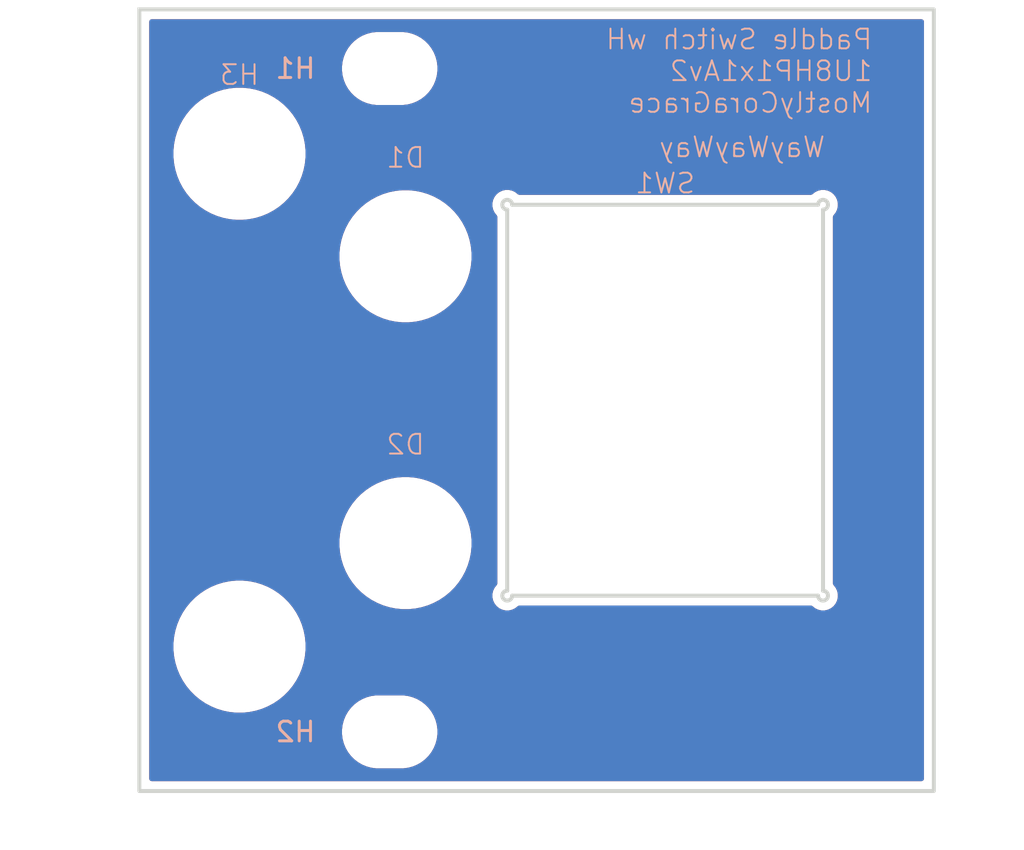
<source format=kicad_pcb>
(kicad_pcb (version 20241229) (generator "pcbnew") (generator_version "9.0")
  (layers (0 "F.Cu" signal) (2 "B.Cu" signal) (13 "F.Paste" user) (15 "B.Paste" user) (5 "F.SilkS" user "F.Silkscreen") (7 "B.SilkS" user "B.Silkscreen") (1 "F.Mask" user) (3 "B.Mask" user) (25 "Edge.Cuts" user))
  (net 0 "")
  (footprint "EXC:MountingHole_3.2mm_M3" (layer "F.Cu") (at 12.7 39.075)
    (property "Reference" "H2" (at -3.683 0 0) (layer "B.SilkS") (effects (justify left mirror)))
    (property "Value" "Eurorack_M3_MountingHole")
    (pad "" np_thru_hole oval (at 0 0) (size 4.34 3.2) (drill oval 4.34 3.2) (layers "*.Cu" "*.Mask"))
  )
  (footprint "EXC:6mm_Panel_Mount_LED" (layer "F.Cu") (at 13.5 14.95)
    (property "Reference" "D1" (at 0 -5 0) (layer "B.SilkS") (effects (font (thickness 0.1)) (justify mirror)))
    (property "Value" "6mm_Panel_Mount_LED")
    (pad "" np_thru_hole circle (at 0 0) (size 6.2 6.2) (drill 6.2) (layers "*.Cu" "*.Mask"))
  )
  (footprint "EXC:Handle_1UM3P25_B" (layer "F.Cu") (at 5.08 9.75)
    (property "Reference" "H3" (at 0 -4 0) (layer "B.SilkS") (effects (font (thickness 0.1)) (justify mirror)))
    (property "Value" "Handle_1UM3P25_PanelMount_B")
    (pad "" np_thru_hole circle (at 0 0) (size 6.2 6.2) (drill 6.2) (layers "*.Cu" "*.Mask"))
    (pad "" np_thru_hole circle (at 0 25) (size 6.2 6.2) (drill 6.2) (layers "*.Cu" "*.Mask"))
  )
  (footprint "EXC:SW_DPDT_p5xp6i_Panel_Mount_Paddle_Switch_B" (layer "F.Cu") (at 26.67 22.25)
    (property "Reference" "SW1" (at 0 -11 0) (layer "B.SilkS") (effects (font (thickness 0.1)) (justify mirror)))
    (property "Value" "SW_DPDT-p5xp6i_Panel_Mount_Paddle_Switch_B")
    (fp_line (start -8.01 9.665) (end -8.009999 -9.665) (stroke (width 0.2)) (layer "Edge.Cuts"))
    (fp_line (start -7.76 -9.915) (end 7.76 -9.915) (stroke (width 0.2)) (layer "Edge.Cuts"))
    (fp_line (start 7.76 9.915) (end -7.76 9.914999) (stroke (width 0.2)) (layer "Edge.Cuts"))
    (fp_line (start 8.01 -9.665) (end 8.01 9.665) (stroke (width 0.2)) (layer "Edge.Cuts"))
    (fp_arc (start -8.01 -9.665) (mid -8.186777 -10.091777) (end -7.76 -9.915) (stroke (width 0.2)) (layer "Edge.Cuts"))
    (fp_arc (start -7.76 9.915) (mid -8.186777 10.091777) (end -8.01 9.665) (stroke (width 0.2)) (layer "Edge.Cuts"))
    (fp_arc (start 7.76 -9.915) (mid 8.186777 -10.091777) (end 8.01 -9.665) (stroke (width 0.2)) (layer "Edge.Cuts"))
    (fp_arc (start 8.01 9.665) (mid 8.186777 10.091777) (end 7.76 9.915) (stroke (width 0.2)) (layer "Edge.Cuts"))
  )
  (footprint "EXC:6mm_Panel_Mount_LED" (layer "F.Cu") (at 13.5 29.5)
    (property "Reference" "D2" (at 0 -5 0) (layer "B.SilkS") (effects (font (thickness 0.1)) (justify mirror)))
    (property "Value" "6mm_Panel_Mount_LED")
    (pad "" np_thru_hole circle (at 0 0) (size 6.2 6.2) (drill 6.2) (layers "*.Cu" "*.Mask"))
  )
  (footprint "EXC:MountingHole_3.2mm_M3" (layer "F.Cu") (at 12.7 5.425)
    (property "Reference" "H1" (at -3.683 0 0) (layer "B.SilkS") (effects (justify left mirror)))
    (property "Value" "Eurorack_M3_MountingHole")
    (pad "" np_thru_hole oval (at 0 0) (size 4.34 3.2) (drill oval 4.34 3.2) (layers "*.Cu" "*.Mask"))
  )
  (gr_rect (start 0 2.425) (end 40.3 42.075) (stroke (width 0.2)) (fill no) (layer "Edge.Cuts"))
  (gr_text "WayWayWay" (at 34.856777 10 0) (layer "B.SilkS") (effects (font (size 1 1) (thickness 0.1)) (justify left bottom mirror)))
  (gr_text "Paddle Switch wH\n1U8HP1x1Av2\nMostlyCoraGrace" (at 37.25 7.75 0) (layer "B.SilkS") (effects (font (size 1 1) (thickness 0.1)) (justify left bottom mirror)))
  (zone (net 0) (net_name "") (layers "F.Cu" "B.Cu") (connect_pads (clearance 0.5)) (min_thickness 0.25) (fill yes (thermal_gap 0.5) (thermal_bridge_width 0.5) (island_removal_mode 1) (island_area_min 10))
    (polygon (pts (xy 0 2.425) (xy 40.3 2.425) (xy 40.3 42.075) (xy 0 42.075)))
  )
)
</source>
